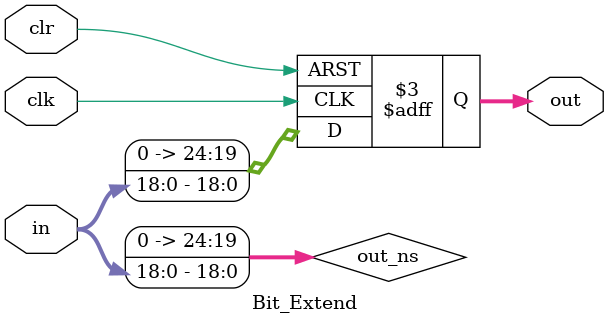
<source format=v>
module Bit_Extend (clk, clr, in, out);

parameter bit_addr_ex = 19, bit_chip = 6;

input wire clk, clr;
input wire [bit_addr_ex-1:0] in;
output reg [bit_addr_ex-1+bit_chip:0] out;
reg [bit_addr_ex-1+bit_chip:0] out_ns;

always @(posedge clk or posedge clr) begin
	if (clr) begin
		out <= 0;
	end
	else begin
		out <= out_ns;
	end
end

always @(*) begin
	out_ns[bit_addr_ex-1:0] <= in;
	out_ns[bit_addr_ex-1+bit_chip:bit_addr_ex] <= 6'b000000;
end
endmodule
</source>
